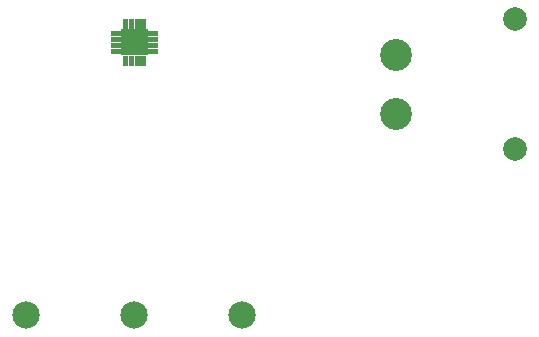
<source format=gbs>
G04 Layer: BottomSolderMaskLayer*
G04 EasyEDA v6.4.17, 2021-03-02T09:49:47--3:00*
G04 75982556833f470fbfa1e054b907e15e,59636247558045d2802cba280e4ac9d9,10*
G04 Gerber Generator version 0.2*
G04 Scale: 100 percent, Rotated: No, Reflected: No *
G04 Dimensions in inches *
G04 leading zeros omitted , absolute positions ,3 integer and 6 decimal *
%FSLAX36Y36*%
%MOIN*%

%ADD81C,0.0907*%
%ADD87C,0.1064*%
%ADD88C,0.0789*%

%LPD*%
G36*
X-505199Y-250200D02*
G01*
X-505199Y-231700D01*
X-470700Y-231700D01*
X-470700Y-250200D01*
G37*
G36*
X-505199Y-269200D02*
G01*
X-505199Y-250700D01*
X-470700Y-250700D01*
X-470700Y-269200D01*
G37*
G36*
X-505199Y-289300D02*
G01*
X-505199Y-270800D01*
X-470700Y-270800D01*
X-470700Y-289300D01*
G37*
G36*
X-505199Y-309300D02*
G01*
X-505199Y-290800D01*
X-470700Y-290800D01*
X-470700Y-309300D01*
G37*
G36*
X-530200Y-349300D02*
G01*
X-530200Y-314800D01*
X-511700Y-314800D01*
X-511700Y-349300D01*
G37*
G36*
X-549200Y-349300D02*
G01*
X-549200Y-314800D01*
X-530700Y-314800D01*
X-530700Y-349300D01*
G37*
G36*
X-569300Y-349300D02*
G01*
X-569300Y-314800D01*
X-550800Y-314800D01*
X-550800Y-349300D01*
G37*
G36*
X-589300Y-349300D02*
G01*
X-589300Y-314800D01*
X-570800Y-314800D01*
X-570800Y-349300D01*
G37*
G36*
X-629300Y-309300D02*
G01*
X-629300Y-290800D01*
X-594800Y-290800D01*
X-594800Y-309300D01*
G37*
G36*
X-629300Y-289300D02*
G01*
X-629300Y-270800D01*
X-594800Y-270800D01*
X-594800Y-289300D01*
G37*
G36*
X-629300Y-269200D02*
G01*
X-629300Y-250700D01*
X-594800Y-250700D01*
X-594800Y-269200D01*
G37*
G36*
X-629300Y-250200D02*
G01*
X-629300Y-231700D01*
X-594800Y-231700D01*
X-594800Y-250200D01*
G37*
G36*
X-589300Y-225200D02*
G01*
X-589300Y-190700D01*
X-570800Y-190700D01*
X-570800Y-225200D01*
G37*
G36*
X-569300Y-225200D02*
G01*
X-569300Y-190700D01*
X-550800Y-190700D01*
X-550800Y-225200D01*
G37*
G36*
X-549200Y-225200D02*
G01*
X-549200Y-190700D01*
X-530700Y-190700D01*
X-530700Y-225200D01*
G37*
G36*
X-530200Y-225200D02*
G01*
X-530200Y-190700D01*
X-511700Y-190700D01*
X-511700Y-225200D01*
G37*
G36*
X-593800Y-313800D02*
G01*
X-593800Y-226200D01*
X-506200Y-226200D01*
X-506200Y-313800D01*
G37*
D81*
G01*
X-910000Y-1180000D03*
G01*
X-550000Y-1180000D03*
G01*
X-190000Y-1180000D03*
D87*
G01*
X323160Y-508430D03*
G01*
X323160Y-311580D03*
D88*
G01*
X716860Y-193470D03*
G01*
X716860Y-626540D03*
M02*

</source>
